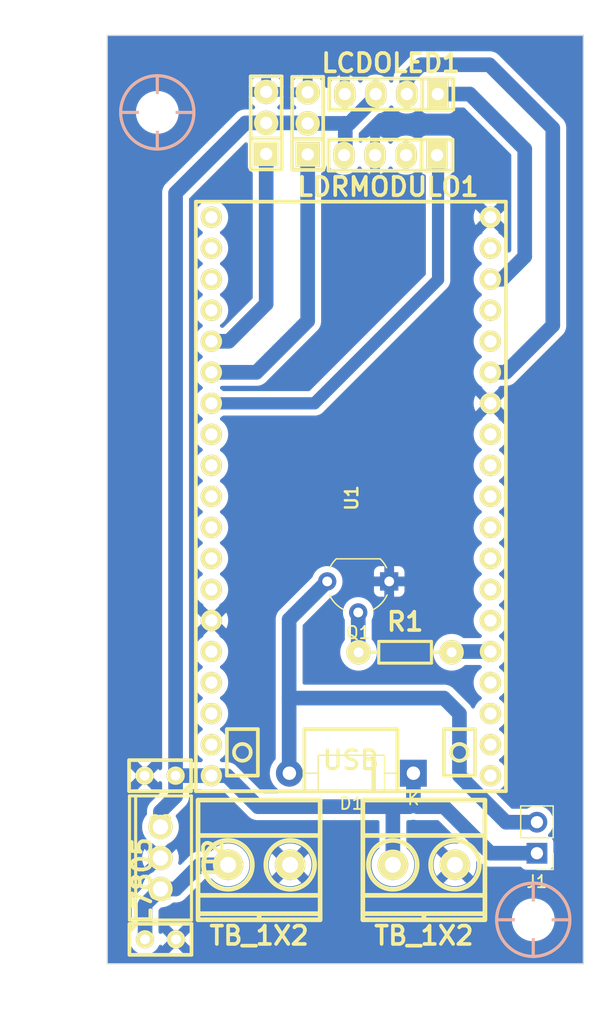
<source format=kicad_pcb>
(kicad_pcb (version 20221018) (generator pcbnew)
  (layers (0 "F.Cu" signal) (31 "B.Cu" signal) (34 "B.Paste" user) (35 "F.Paste" user) (36 "B.SilkS" user "B.Silkscreen") (37 "F.SilkS" user "F.Silkscreen") (38 "B.Mask" user) (39 "F.Mask" user) (44 "Edge.Cuts" user))
  (net 0 "")
  (net 1 "Earth")
  (net 2 "+12V")
  (net 3 "/SDA")
  (net 4 "/SCL")
  (net 5 "+5V")
  (net 6 "/A0")
  (net 8 "Net-(Q1-B)")
  (net 9 "/AUOT")
  (net 14 "/SERIAL")
  (net 39 "/ON")
  (net 40 "/motor-")
  (footprint "eestn5:ESP32S" (layer "F.Cu") (at 187.96 78.74 -90)
    (fp_text reference "U1" (at 0.127 -0.0635 90) (layer "F.SilkS") (effects (font (size 1.016 1.016) (thickness 0.2032))))
    (fp_text value "ESP32_DEVKITC" hide)
    (fp_text user "USB" (at 21.59 0) (layer "F.SilkS") (effects (font (size 1.524 1.524) (thickness 0.254))))
    (fp_line (start -24.13 -12.7) (end -24.13 12.7) (stroke (width 0.3048)) (layer "F.SilkS"))
    (fp_line (start -24.13 -12.7) (end 24.13 -12.7) (stroke (width 0.3048)) (layer "F.SilkS"))
    (fp_line (start 19.05 -10.16) (end 19.05 -7.62) (stroke (width 0.3048)) (layer "F.SilkS"))
    (fp_line (start 19.05 -7.62) (end 22.86 -7.62) (stroke (width 0.3048)) (layer "F.SilkS"))
    (fp_line (start 19.05 -3.81) (end 19.05 3.81) (stroke (width 0.3048)) (layer "F.SilkS"))
    (fp_line (start 19.05 3.81) (end 24.13 3.81) (stroke (width 0.3048)) (layer "F.SilkS"))
    (fp_line (start 19.05 7.62) (end 22.86 7.62) (stroke (width 0.3048)) (layer "F.SilkS"))
    (fp_line (start 19.05 10.16) (end 19.05 7.62) (stroke (width 0.3048)) (layer "F.SilkS"))
    (fp_line (start 22.86 -10.16) (end 19.05 -10.16) (stroke (width 0.3048)) (layer "F.SilkS"))
    (fp_line (start 22.86 -7.62) (end 22.86 -10.16) (stroke (width 0.3048)) (layer "F.SilkS"))
    (fp_line (start 22.86 7.62) (end 22.86 10.16) (stroke (width 0.3048)) (layer "F.SilkS"))
    (fp_line (start 22.86 10.16) (end 19.05 10.16) (stroke (width 0.3048)) (layer "F.SilkS"))
    (fp_line (start 24.13 -3.81) (end 19.05 -3.81) (stroke (width 0.3048)) (layer "F.SilkS"))
    (fp_line (start 24.13 12.7) (end -24.13 12.7) (stroke (width 0.3048)) (layer "F.SilkS"))
    (fp_line (start 24.13 12.7) (end 24.13 -12.7) (stroke (width 0.3048)) (layer "F.SilkS"))
    (fp_circle (center 20.955 -8.89) (end 21.5265 -8.509) (stroke (width 0.3048)) (fill none) (layer "F.SilkS"))
    (fp_circle (center 20.955 8.89) (end 21.5265 9.271) (stroke (width 0.3048)) (fill none) (layer "F.SilkS"))
    (pad "1" thru_hole circle (at -22.86 11.43 270) (size 1.75 1.75) (drill 1) (layers "*.Cu" "*.Mask" "F.SilkS"))
    (pad "2" thru_hole circle (at -20.32 11.43 270) (size 1.75 1.75) (drill 1) (layers "*.Cu" "*.Mask" "F.SilkS"))
    (pad "3" thru_hole circle (at -17.78 11.43 270) (size 1.75 1.75) (drill 1) (layers "*.Cu" "*.Mask" "F.SilkS"))
    (pad "4" thru_hole circle (at -15.24 11.43 270) (size 1.75 1.75) (drill 1) (layers "*.Cu" "*.Mask" "F.SilkS"))
    (pad "5" thru_hole circle (at -12.7 11.43 270) (size 1.75 1.75) (drill 1) (layers "*.Cu" "*.Mask" "F.SilkS") (net 9 "/AUOT"))
    (pad "6" thru_hole circle (at -10.16 11.43 270) (size 1.75 1.75) (drill 1) (layers "*.Cu" "*.Mask" "F.SilkS") (net 14 "/SERIAL"))
    (pad "7" thru_hole circle (at -7.62 11.43 270) (size 1.75 1.75) (drill 1) (layers "*.Cu" "*.Mask" "F.SilkS") (net 6 "/A0"))
    (pad "8" thru_hole circle (at -5.08 11.43 270) (size 1.75 1.75) (drill 1) (layers "*.Cu" "*.Mask" "F.SilkS"))
    (pad "9" thru_hole circle (at -2.54 11.43 270) (size 1.75 1.75) (drill 1) (layers "*.Cu" "*.Mask" "F.SilkS"))
    (pad "10" thru_hole circle (at 0 11.43 270) (size 1.75 1.75) (drill 1) (layers "*.Cu" "*.Mask" "F.SilkS"))
    (pad "11" thru_hole circle (at 2.54 11.43 270) (size 1.75 1.75) (drill 1) (layers "*.Cu" "*.Mask" "F.SilkS"))
    (pad "12" thru_hole circle (at 5.08 11.43 270) (size 1.75 1.75) (drill 1) (layers "*.Cu" "*.Mask" "F.SilkS"))
    (pad "13" thru_hole circle (at 7.62 11.43 270) (size 1.75 1.75) (drill 1) (layers "*.Cu" "*.Mask" "F.SilkS"))
    (pad "14" thru_hole circle (at 10.16 11.43 270) (size 1.75 1.75) (drill 1) (layers "*.Cu" "*.Mask" "F.SilkS") (net 1 "Earth"))
    (pad "15" thru_hole circle (at 12.7 11.43 270) (size 1.75 1.75) (drill 1) (layers "*.Cu" "*.Mask" "F.SilkS"))
    (pad "16" thru_hole circle (at 15.24 11.43 270) (size 1.75 1.75) (drill 1) (layers "*.Cu" "*.Mask" "F.SilkS"))
    (pad "17" thru_hole circle (at 17.78 11.43 270) (size 1.75 1.75) (drill 1) (layers "*.Cu" "*.Mask" "F.SilkS"))
    (pad "18" thru_hole circle (at 20.32 11.43 270) (size 1.75 1.75) (drill 1) (layers "*.Cu" "*.Mask" "F.SilkS"))
    (pad "19" thru_hole circle (at 22.86 11.43 270) (size 1.75 1.75) (drill 1) (layers "*.Cu" "*.Mask" "F.SilkS") (net 5 "+5V"))
    (pad "20" thru_hole circle (at 22.86 -11.43 90) (size 1.75 1.75) (drill 1) (layers "*.Cu" "*.Mask" "F.SilkS"))
    (pad "21" thru_hole circle (at 20.32 -11.43 90) (size 1.75 1.75) (drill 1) (layers "*.Cu" "*.Mask" "F.SilkS"))
    (pad "22" thru_hole circle (at 17.78 -11.43 90) (size 1.75 1.75) (drill 1) (layers "*.Cu" "*.Mask" "F.SilkS"))
    (pad "23" thru_hole circle (at 15.24 -11.43 90) (size 1.75 1.75) (drill 1) (layers "*.Cu" "*.Mask" "F.SilkS"))
    (pad "24" thru_hole circle (at 12.7 -11.43 90) (size 1.75 1.75) (drill 1) (layers "*.Cu" "*.Mask" "F.SilkS") (net 39 "/ON"))
    (pad "25" thru_hole circle (at 10.16 -11.43 90) (size 1.75 1.75) (drill 1) (layers "*.Cu" "*.Mask" "F.SilkS"))
    (pad "26" thru_hole circle (at 7.62 -11.43 90) (size 1.75 1.75) (drill 1) (layers "*.Cu" "*.Mask" "F.SilkS"))
    (pad "27" thru_hole circle (at 5.08 -11.43 90) (size 1.75 1.75) (drill 1) (layers "*.Cu" "*.Mask" "F.SilkS"))
    (pad "28" thru_hole circle (at 2.54 -11.43 90) (size 1.75 1.75) (drill 1) (layers "*.Cu" "*.Mask" "F.SilkS"))
    (pad "29" thru_hole circle (at 0 -11.43 90) (size 1.75 1.75) (drill 1) (layers "*.Cu" "*.Mask" "F.SilkS"))
    (pad "30" thru_hole circle (at -2.54 -11.43 90) (size 1.75 1.75) (drill 1) (layers "*.Cu" "*.Mask" "F.SilkS"))
    (pad "31" thru_hole circle (at -5.08 -11.43 90) (size 1.75 1.75) (drill 1) (layers "*.Cu" "*.Mask" "F.SilkS"))
    (pad "32" thru_hole circle (at -7.62 -11.43 90) (size 1.75 1.75) (drill 1) (layers "*.Cu" "*.Mask" "F.SilkS") (net 1 "Earth"))
    (pad "33" thru_hole circle (at -10.16 -11.43 90) (size 1.75 1.75) (drill 1) (layers "*.Cu" "*.Mask" "F.SilkS") (net 3 "/SDA"))
    (pad "34" thru_hole circle (at -12.7 -11.43 90) (size 1.75 1.75) (drill 1) (layers "*.Cu" "*.Mask" "F.SilkS"))
    (pad "35" thru_hole circle (at -15.24 -11.43 90) (size 1.75 1.75) (drill 1) (layers "*.Cu" "*.Mask" "F.SilkS"))
    (pad "36" thru_hole circle (at -17.78 -11.43 90) (size 1.75 1.75) (drill 1) (layers "*.Cu" "*.Mask" "F.SilkS") (net 4 "/SCL"))
    (pad "37" thru_hole circle (at -20.32 -11.43 90) (size 1.75 1.75) (drill 1) (layers "*.Cu" "*.Mask" "F.SilkS"))
    (pad "38" thru_hole circle (at -22.86 -11.43 90) (size 1.75 1.75) (drill 1) (layers "*.Cu" "*.Mask" "F.SilkS") (net 1 "Earth"))
  )
  (footprint "eestn5:pin_strip_4" (layer "F.Cu") (at 191.27 45.8 180)
    (fp_text reference "LCDOLED1" (at 0.05 2.54) (layer "F.SilkS") (effects (font (size 1.5 1.5) (thickness 0.3))))
    (fp_text value "Conn_01x04" hide)
    (fp_line (start -5.08 -1.27) (end 5.08 -1.27) (stroke (width 0.3048)) (layer "F.SilkS"))
    (fp_line (start -5.08 1.27) (end -5.08 -1.27) (stroke (width 0.3048)) (layer "F.SilkS"))
    (fp_line (start -2.54 -1.27) (end -2.54 1.27) (stroke (width 0.3048)) (layer "F.SilkS"))
    (fp_line (start 5.08 -1.27) (end 5.08 1.27) (stroke (width 0.3048)) (layer "F.SilkS"))
    (fp_line (start 5.08 1.27) (end -5.08 1.27) (stroke (width 0.3048)) (layer "F.SilkS"))
    (pad "1" thru_hole rect (at -3.81 0 180) (size 1.75 2.2) (drill 1.00076) (layers "*.Cu" "*.Mask" "F.SilkS") (net 4 "/SCL"))
    (pad "2" thru_hole oval (at -1.27 0 180) (size 1.75 2.2) (drill 1.00076) (layers "*.Cu" "*.Mask" "F.SilkS") (net 3 "/SDA"))
    (pad "3" thru_hole oval (at 1.27 0 180) (size 1.75 2.2) (drill 1.00076) (layers "*.Cu" "*.Mask" "F.SilkS") (net 5 "+5V"))
    (pad "4" thru_hole oval (at 3.81 0 180) (size 1.75 2.2) (drill 1.00076) (layers "*.Cu" "*.Mask" "F.SilkS") (net 1 "Earth"))
  )
  (footprint "Diode_THT:D_DO-41_SOD81_P10.16mm_Horizontal" (layer "F.Cu") (at 193.08 101.4 180)
    (fp_text reference "D1" (at 5.08 -2.47) (layer "F.SilkS"))
    (fp_text value "1N4007")
    (fp_text user "K" (at 0 -2.1) (layer "F.SilkS"))
    (fp_line (start 1.34 0) (end 2.36 0) (stroke (width 0.12)) (layer "F.SilkS"))
    (fp_line (start 2.36 -1.47) (end 2.36 1.47) (stroke (width 0.12)) (layer "F.SilkS"))
    (fp_line (start 2.36 1.47) (end 7.8 1.47) (stroke (width 0.12)) (layer "F.SilkS"))
    (fp_line (start 3.14 -1.47) (end 3.14 1.47) (stroke (width 0.12)) (layer "F.SilkS"))
    (fp_line (start 3.26 -1.47) (end 3.26 1.47) (stroke (width 0.12)) (layer "F.SilkS"))
    (fp_line (start 3.38 -1.47) (end 3.38 1.47) (stroke (width 0.12)) (layer "F.SilkS"))
    (fp_line (start 7.8 -1.47) (end 2.36 -1.47) (stroke (width 0.12)) (layer "F.SilkS"))
    (fp_line (start 7.8 1.47) (end 7.8 -1.47) (stroke (width 0.12)) (layer "F.SilkS"))
    (fp_line (start 8.82 0) (end 7.8 0) (stroke (width 0.12)) (layer "F.SilkS"))
    (pad "1" thru_hole rect (at 0 0 180) (size 2.2 2.2) (drill 1.1) (layers "*.Cu" "*.Mask") (net 5 "+5V"))
    (pad "2" thru_hole oval (at 10.16 0 180) (size 2.2 2.2) (drill 1.1) (layers "*.Cu" "*.Mask") (net 40 "/motor-"))
  )
  (footprint "eestn5:pin_strip_4" (layer "F.Cu") (at 191.21 50.8 180)
    (fp_text reference "LDRMODULO1" (at 0.21 -2.6) (layer "F.SilkS") (effects (font (size 1.5 1.5) (thickness 0.3))))
    (fp_text value "Conn_01x04" hide)
    (fp_line (start -5.08 -1.27) (end 5.08 -1.27) (stroke (width 0.3048)) (layer "F.SilkS"))
    (fp_line (start -5.08 1.27) (end -5.08 -1.27) (stroke (width 0.3048)) (layer "F.SilkS"))
    (fp_line (start -2.54 -1.27) (end -2.54 1.27) (stroke (width 0.3048)) (layer "F.SilkS"))
    (fp_line (start 5.08 -1.27) (end 5.08 1.27) (stroke (width 0.3048)) (layer "F.SilkS"))
    (fp_line (start 5.08 1.27) (end -5.08 1.27) (stroke (width 0.3048)) (layer "F.SilkS"))
    (pad "1" thru_hole rect (at -3.81 0 180) (size 1.75 2.2) (drill 1.00076) (layers "*.Cu" "*.Mask" "F.SilkS") (net 6 "/A0"))
    (pad "2" thru_hole oval (at -1.27 0 180) (size 1.75 2.2) (drill 1.00076) (layers "*.Cu" "*.Mask" "F.SilkS"))
    (pad "3" thru_hole oval (at 1.27 0 180) (size 1.75 2.2) (drill 1.00076) (layers "*.Cu" "*.Mask" "F.SilkS") (net 1 "Earth"))
    (pad "4" thru_hole oval (at 3.81 0 180) (size 1.75 2.2) (drill 1.00076) (layers "*.Cu" "*.Mask" "F.SilkS") (net 5 "+5V"))
  )
  (footprint "Package_TO_SOT_THT:TO-92_Wide" (layer "F.Cu") (at 191.1 85.7 180)
    (fp_text reference "Q1" (at 2.55 -4.19) (layer "F.SilkS"))
    (fp_text value "PN2222A")
    (fp_line (start 0.74 1.85) (end 4.34 1.85) (stroke (width 0.12)) (layer "F.SilkS"))
    (fp_arc (start 0.172801 -1.103842) (mid 0.678995 -1.832692) (end 1.4 -2.35) (stroke (width 0.12)) (layer "F.SilkS"))
    (fp_arc (start 0.74 1.85) (mid 0.446097 1.509328) (end 0.215816 1.122795) (stroke (width 0.12)) (layer "F.SilkS"))
    (fp_arc (start 3.65 -2.35) (mid 4.382279 -1.833196) (end 4.895458 -1.098371) (stroke (width 0.12)) (layer "F.SilkS"))
    (fp_arc (start 4.864184 1.122795) (mid 4.633903 1.509328) (end 4.34 1.85) (stroke (width 0.12)) (layer "F.SilkS"))
    (pad "1" thru_hole rect (at 0 0 180) (size 1.5 1.5) (drill 0.8) (layers "*.Cu" "*.Mask") (net 1 "Earth"))
    (pad "2" thru_hole circle (at 2.54 -2.54 180) (size 1.5 1.5) (drill 0.8) (layers "*.Cu" "*.Mask") (net 8 "Net-(Q1-B)"))
    (pad "3" thru_hole circle (at 5.08 0 180) (size 1.5 1.5) (drill 0.8) (layers "*.Cu" "*.Mask") (net 40 "/motor-"))
  )
  (footprint "eestn5:RES0.3" (layer "F.Cu") (at 192.4 91.5)
    (fp_text reference "R1" (at 0 -2.5) (layer "F.SilkS") (effects (font (size 1.5 1.5) (thickness 0.3))))
    (fp_text value "1500" hide)
    (fp_line (start -2.159 -0.889) (end -2.159 0.889) (stroke (width 0.254)) (layer "F.SilkS"))
    (fp_line (start -2.159 0) (end -3.81 0) (stroke (width 0.254)) (layer "F.SilkS"))
    (fp_line (start -2.159 0.889) (end 2.159 0.889) (stroke (width 0.254)) (layer "F.SilkS"))
    (fp_line (start 2.159 -0.889) (end -2.159 -0.889) (stroke (width 0.254)) (layer "F.SilkS"))
    (fp_line (start 2.159 0) (end 3.81 0) (stroke (width 0.254)) (layer "F.SilkS"))
    (fp_line (start 2.159 0.889) (end 2.159 -0.889) (stroke (width 0.254)) (layer "F.SilkS"))
    (pad "1" thru_hole circle (at -3.81 0) (size 1.99898 1.99898) (drill 0.8001) (layers "*.Cu" "*.Mask" "F.SilkS") (net 8 "Net-(Q1-B)"))
    (pad "2" thru_hole circle (at 3.81 0) (size 1.99898 1.99898) (drill 0.8001) (layers "*.Cu" "*.Mask" "F.SilkS") (net 39 "/ON"))
  )
  (footprint "eestn5:Pin_Strip_3" (layer "F.Cu") (at 181.02 48.16 90)
    (fp_text reference "SENSORHUMEDAD1" hide)
    (fp_text value "Conn_01X03" hide)
    (fp_line (start -3.81 -1.27) (end -3.81 1.27) (stroke (width 0.3048)) (layer "F.SilkS"))
    (fp_line (start -3.81 -1.27) (end 3.81 -1.27) (stroke (width 0.3048)) (layer "F.SilkS"))
    (fp_line (start -1.27 -1.27) (end -1.27 1.27) (stroke (width 0.3048)) (layer "F.SilkS"))
    (fp_line (start 3.81 -1.27) (end 3.81 1.27) (stroke (width 0.3048)) (layer "F.SilkS"))
    (fp_line (start 3.81 1.27) (end -3.81 1.27) (stroke (width 0.3048)) (layer "F.SilkS"))
    (pad "1" thru_hole rect (at -2.54 0 90) (size 2 2) (drill 1) (layers "*.Cu" "*.Mask" "F.SilkS") (net 9 "/AUOT"))
    (pad "2" thru_hole oval (at 0 0 90) (size 2 2) (drill 1) (layers "*.Cu" "*.Mask" "F.SilkS") (net 5 "+5V"))
    (pad "3" thru_hole oval (at 2.54 0 90) (size 2 2) (drill 1) (layers "*.Cu" "*.Mask" "F.SilkS") (net 1 "Earth"))
  )
  (footprint "eestn5:BORNERA2" (layer "F.Cu") (at 180.44 108.9)
    (fp_text reference "J5" hide)
    (fp_text value "TB_1X2" (at 0 5.8) (layer "F.SilkS") (effects (font (size 1.5 1.5) (thickness 0.3))))
    (fp_line (start -5 -5.3) (end -5 4.5) (stroke (width 0.381)) (layer "F.SilkS"))
    (fp_line (start -5 -2.4) (end 5 -2.4) (stroke (width 0.381)) (layer "F.SilkS"))
    (fp_line (start -5 2.5) (end 5 2.5) (stroke (width 0.381)) (layer "F.SilkS"))
    (fp_line (start -5 4) (end 5 4) (stroke (width 0.381)) (layer "F.SilkS"))
    (fp_line (start -5 4.5) (end 5 4.5) (stroke (width 0.381)) (layer "F.SilkS"))
    (fp_line (start 0 4) (end 0 4.5) (stroke (width 0.381)) (layer "F.SilkS"))
    (fp_line (start 5 -5.3) (end -5 -5.3) (stroke (width 0.381)) (layer "F.SilkS"))
    (fp_line (start 5 4.5) (end 5 -5.3) (stroke (width 0.381)) (layer "F.SilkS"))
    (fp_circle (center -2.55 0) (end -0.55 0) (stroke (width 0.381)) (fill none) (layer "F.SilkS"))
    (fp_circle (center 2.55 0) (end 0.55 0) (stroke (width 0.381)) (fill none) (layer "F.SilkS"))
    (pad "1" thru_hole circle (at -2.54 0) (size 2.5 2.5) (drill 1.3) (layers "*.Cu" "*.Mask" "F.SilkS") (net 2 "+12V"))
    (pad "2" thru_hole circle (at 2.54 0) (size 2.5 2.5) (drill 1.3) (layers "*.Cu" "*.Mask" "F.SilkS") (net 1 "Earth"))
  )
  (footprint "Connector_PinHeader_2.54mm:PinHeader_1x02_P2.54mm_Vertical" (layer "F.Cu") (at 203.2 107.95 180)
    (fp_text reference "J1" (at 0 -2.33 180) (layer "F.SilkS"))
    (fp_text value "Conn_01x02_Pin")
    (fp_line (start -1.33 -1.33) (end 0 -1.33) (stroke (width 0.12)) (layer "F.SilkS"))
    (fp_line (start -1.33 0) (end -1.33 -1.33) (stroke (width 0.12)) (layer "F.SilkS"))
    (fp_line (start -1.33 1.27) (end -1.33 3.87) (stroke (width 0.12)) (layer "F.SilkS"))
    (fp_line (start -1.33 1.27) (end 1.33 1.27) (stroke (width 0.12)) (layer "F.SilkS"))
    (fp_line (start -1.33 3.87) (end 1.33 3.87) (stroke (width 0.12)) (layer "F.SilkS"))
    (fp_line (start 1.33 1.27) (end 1.33 3.87) (stroke (width 0.12)) (layer "F.SilkS"))
    (pad "1" thru_hole rect (at 0 0 180) (size 1.7 1.7) (drill 1) (layers "*.Cu" "*.Mask") (net 5 "+5V"))
    (pad "2" thru_hole oval (at 0 2.54 180) (size 1.7 1.7) (drill 1) (layers "*.Cu" "*.Mask") (net 40 "/motor-"))
  )
  (footprint "eestn5:Pin_Strip_3" (layer "F.Cu") (at 184.42 48.2 90)
    (fp_text reference "CAUDALIMETRO1" hide)
    (fp_text value "Conn_01X03" hide)
    (fp_line (start -3.81 -1.27) (end -3.81 1.27) (stroke (width 0.3048)) (layer "F.SilkS"))
    (fp_line (start -3.81 -1.27) (end 3.81 -1.27) (stroke (width 0.3048)) (layer "F.SilkS"))
    (fp_line (start -1.27 -1.27) (end -1.27 1.27) (stroke (width 0.3048)) (layer "F.SilkS"))
    (fp_line (start 3.81 -1.27) (end 3.81 1.27) (stroke (width 0.3048)) (layer "F.SilkS"))
    (fp_line (start 3.81 1.27) (end -3.81 1.27) (stroke (width 0.3048)) (layer "F.SilkS"))
    (pad "1" thru_hole rect (at -2.54 0 90) (size 2 2) (drill 1) (layers "*.Cu" "*.Mask" "F.SilkS") (net 14 "/SERIAL"))
    (pad "2" thru_hole oval (at 0 0 90) (size 2 2) (drill 1) (layers "*.Cu" "*.Mask" "F.SilkS") (net 5 "+5V"))
    (pad "3" thru_hole oval (at 2.54 0 90) (size 2 2) (drill 1) (layers "*.Cu" "*.Mask" "F.SilkS") (net 1 "Earth"))
  )
  (footprint "eestn5:BORNERA2" (layer "F.Cu") (at 193.94 108.9)
    (fp_text reference "J4" hide)
    (fp_text value "TB_1X2" (at 0 5.8) (layer "F.SilkS") (effects (font (size 1.5 1.5) (thickness 0.3))))
    (fp_line (start -5 -5.3) (end -5 4.5) (stroke (width 0.381)) (layer "F.SilkS"))
    (fp_line (start -5 -2.4) (end 5 -2.4) (stroke (width 0.381)) (layer "F.SilkS"))
    (fp_line (start -5 2.5) (end 5 2.5) (stroke (width 0.381)) (layer "F.SilkS"))
    (fp_line (start -5 4) (end 5 4) (stroke (width 0.381)) (layer "F.SilkS"))
    (fp_line (start -5 4.5) (end 5 4.5) (stroke (width 0.381)) (layer "F.SilkS"))
    (fp_line (start 0 4) (end 0 4.5) (stroke (width 0.381)) (layer "F.SilkS"))
    (fp_line (start 5 -5.3) (end -5 -5.3) (stroke (width 0.381)) (layer "F.SilkS"))
    (fp_line (start 5 4.5) (end 5 -5.3) (stroke (width 0.381)) (layer "F.SilkS"))
    (fp_circle (center -2.55 0) (end -0.55 0) (stroke (width 0.381)) (fill none) (layer "F.SilkS"))
    (fp_circle (center 2.55 0) (end 0.55 0) (stroke (width 0.381)) (fill none) (layer "F.SilkS"))
    (pad "1" thru_hole circle (at -2.54 0) (size 2.5 2.5) (drill 1.3) (layers "*.Cu" "*.Mask" "F.SilkS") (net 5 "+5V"))
    (pad "2" thru_hole circle (at 2.54 0) (size 2.5 2.5) (drill 1.3) (layers "*.Cu" "*.Mask" "F.SilkS") (net 1 "Earth"))
  )
  (footprint "eestn5:hole_3mm" (layer "F.Cu") (at 202.9 113.4)
    (fp_text reference "H1" hide)
    (fp_text value "Mounting_Hole" hide)
    (fp_line (start -3 0) (end 3 0) (stroke (width 0.254)) (layer "B.SilkS"))
    (fp_line (start 0 -3) (end 0 3) (stroke (width 0.254)) (layer "B.SilkS"))
    (fp_circle (center 0 0) (end 3 0) (stroke (width 0.254)) (fill none) (layer "B.SilkS"))
    (fp_line (start -3 0) (end 3 0) (stroke (width 0.254)) (layer "F.SilkS"))
    (fp_line (start 0 -3) (end 0 3) (stroke (width 0.254)) (layer "F.SilkS"))
    (fp_circle (center 0 0) (end 3 0) (stroke (width 0.254)) (fill none) (layer "F.SilkS"))
    (pad "" np_thru_hole circle (at 0 0) (size 3 3) (drill 3) (layers "F&B.Cu" "*.Mask"))
  )
  (footprint "eestn5:CAP_0.1" (layer "F.Cu") (at 172.33 101.6 180)
    (fp_text reference "C2" (at 0 -3.81) (layer "F.SilkS") (effects (font (size 1.016 1.016) (thickness 0.2032))))
    (fp_text value "0,1uF" hide)
    (fp_line (start -2.54 -0.635) (end -1.905 -1.27) (stroke (width 0.3048)) (layer "F.SilkS"))
    (fp_line (start -2.54 1.27) (end -2.54 -1.27) (stroke (width 0.3048)) (layer "F.SilkS"))
    (fp_line (start -2.4892 -1.27) (end 2.54 -1.27) (stroke (width 0.3048)) (layer "F.SilkS"))
    (fp_line (start 2.54 -1.27) (end 2.54 1.27) (stroke (width 0.3048)) (layer "F.SilkS"))
    (fp_line (start 2.54 1.27) (end -2.54 1.27) (stroke (width 0.3048)) (layer "F.SilkS"))
    (pad "1" thru_hole circle (at -1.27 0 180) (size 1.50114 1.50114) (drill 0.8001) (layers "*.Cu" "*.Mask" "F.SilkS") (net 5 "+5V"))
    (pad "2" thru_hole circle (at 1.27 0 180) (size 1.50114 1.50114) (drill 0.8001) (layers "*.Cu" "*.Mask" "F.SilkS") (net 1 "Earth"))
  )
  (footprint "eestn5:CAP_0.1" (layer "F.Cu") (at 172.36 115)
    (fp_text reference "C1" (at 0 -3.81) (layer "F.SilkS") (effects (font (size 1.016 1.016) (thickness 0.2032))))
    (fp_text value "0,33uF" hide)
    (fp_line (start -2.54 -0.635) (end -1.905 -1.27) (stroke (width 0.3048)) (layer "F.SilkS"))
    (fp_line (start -2.54 1.27) (end -2.54 -1.27) (stroke (width 0.3048)) (layer "F.SilkS"))
    (fp_line (start -2.4892 -1.27) (end 2.54 -1.27) (stroke (width 0.3048)) (layer "F.SilkS"))
    (fp_line (start 2.54 -1.27) (end 2.54 1.27) (stroke (width 0.3048)) (layer "F.SilkS"))
    (fp_line (start 2.54 1.27) (end -2.54 1.27) (stroke (width 0.3048)) (layer "F.SilkS"))
    (pad "1" thru_hole circle (at -1.27 0) (size 1.50114 1.50114) (drill 0.8001) (layers "*.Cu" "*.Mask" "F.SilkS") (net 2 "+12V"))
    (pad "2" thru_hole circle (at 1.27 0) (size 1.50114 1.50114) (drill 0.8001) (layers "*.Cu" "*.Mask" "F.SilkS") (net 1 "Earth"))
  )
  (footprint "eestn5:TO-220" (layer "F.Cu") (at 172.36 108.34 90)
    (fp_text reference "U2" (at 0 4.318 90) (layer "F.SilkS") (effects (font (size 1.524 1.524) (thickness 0.3048))))
    (fp_text value "L7805" (at -1.85 -1.518 90) (layer "F.SilkS") (effects (font (size 1.524 1.524) (thickness 0.3048))))
    (fp_line (start -5.08 -2.54) (end -5.08 -1.27) (stroke (width 0.254)) (layer "F.SilkS"))
    (fp_line (start -5.08 -2.032) (end 5.08 -2.032) (stroke (width 0.254)) (layer "F.SilkS"))
    (fp_line (start -5.08 -1.27) (end -5.08 2.54) (stroke (width 0.254)) (layer "F.SilkS"))
    (fp_line (start -5.08 2.54) (end 5.08 2.54) (stroke (width 0.254)) (layer "F.SilkS"))
    (fp_line (start 5.08 -2.54) (end -5.08 -2.54) (stroke (width 0.254)) (layer "F.SilkS"))
    (fp_line (start 5.08 2.54) (end 5.08 -2.54) (stroke (width 0.254)) (layer "F.SilkS"))
    (pad "1" thru_hole circle (at -2.54 0 90) (size 2 2) (drill 1.24968) (layers "*.Cu" "*.Mask" "F.SilkS") (net 2 "+12V"))
    (pad "2" thru_hole circle (at 0 0 90) (size 2 2) (drill 1.24968) (layers "*.Cu" "*.Mask" "F.SilkS") (net 1 "Earth"))
    (pad "3" thru_hole circle (at 2.54 0 90) (size 2 2) (drill 1.24968) (layers "*.Cu" "*.Mask" "F.SilkS") (net 5 "+5V"))
  )
  (footprint "eestn5:hole_3mm" (layer "B.Cu") (at 172.1 47.3 180)
    (fp_text reference "H2" hide)
    (fp_text value "Mounting_Hole" hide)
    (fp_line (start -3 0) (end 3 0) (stroke (width 0.254)) (layer "B.SilkS"))
    (fp_line (start 0 3) (end 0 -3) (stroke (width 0.254)) (layer "B.SilkS"))
    (fp_circle (center 0 0) (end 3 0) (stroke (width 0.254)) (fill none) (layer "B.SilkS"))
    (fp_line (start -3 0) (end 3 0) (stroke (width 0.254)) (layer "F.SilkS"))
    (fp_line (start 0 3) (end 0 -3) (stroke (width 0.254)) (layer "F.SilkS"))
    (fp_circle (center 0 0) (end 3 0) (stroke (width 0.254)) (fill none) (layer "F.SilkS"))
    (pad "" np_thru_hole circle (at 0 0 180) (size 3 3) (drill 3) (layers "F&B.Cu" "*.Mask"))
  )
  (gr_line (start 207 41) (end 168 41) (stroke (width 0.1)) (layer "Edge.Cuts"))
  (gr_line (start 207 117) (end 207 41) (stroke (width 0.1)) (layer "Edge.Cuts"))
  (gr_line (start 168 117) (end 207 117) (stroke (width 0.1)) (layer "Edge.Cuts"))
  (gr_line (start 168 41) (end 168 117) (stroke (width 0.1)) (layer "Edge.Cuts"))
  (segment (start 172.36 110.88) (end 171.1 112.14) (width 1.2) (layer "B.Cu") (net 2))
  (segment (start 171.1 114.99) (end 171.09 115) (width 1.2) (layer "B.Cu") (net 2))
  (segment (start 175.58 108.9) (end 177.9 108.9) (width 1.2) (layer "B.Cu") (net 2))
  (segment (start 171.1 112.14) (end 171.1 114.99) (width 1.2) (layer "B.Cu") (net 2))
  (segment (start 172.36 110.88) (end 173.6 110.88) (width 1.2) (layer "B.Cu") (net 2))
  (segment (start 173.6 110.88) (end 175.58 108.9) (width 1.2) (layer "B.Cu") (net 2))
  (segment (start 199.3 43.4) (end 204.5 48.6) (width 1.2) (layer "B.Cu") (net 3))
  (segment (start 204.5 48.6) (end 204.5 64.74) (width 1.2) (layer "B.Cu") (net 3))
  (segment (start 192.54 44.56) (end 193.7 43.4) (width 1.2) (layer "B.Cu") (net 3))
  (segment (start 193.7 43.4) (end 199.3 43.4) (width 1.2) (layer "B.Cu") (net 3))
  (segment (start 200.66 68.58) (end 199.39 68.58) (width 1.2) (layer "B.Cu") (net 3))
  (segment (start 204.5 64.74) (end 200.66 68.58) (width 1.2) (layer "B.Cu") (net 3))
  (segment (start 192.54 45.8) (end 192.54 44.56) (width 1.2) (layer "B.Cu") (net 3))
  (segment (start 197.7 45.8) (end 202.2 50.3) (width 1.2) (layer "B.Cu") (net 4))
  (segment (start 200.34 60.96) (end 199.39 60.96) (width 1.2) (layer "B.Cu") (net 4))
  (segment (start 202.2 50.3) (end 202.2 59.1) (width 1.2) (layer "B.Cu") (net 4))
  (segment (start 202.2 59.1) (end 200.34 60.96) (width 1.2) (layer "B.Cu") (net 4))
  (segment (start 195.08 45.8) (end 197.7 45.8) (width 1.2) (layer "B.Cu") (net 4))
  (segment (start 172.36 105.8) (end 172.36 104.54) (width 1.2) (layer "B.Cu") (net 5))
  (segment (start 195.58 104.14) (end 199.39 107.95) (width 1.2) (layer "B.Cu") (net 5))
  (segment (start 180.34 104.14) (end 192.76 104.14) (width 1.2) (layer "B.Cu") (net 5))
  (segment (start 191.4 104.14) (end 191.4 108.9) (width 1.2) (layer "B.Cu") (net 5))
  (segment (start 179.34 48.16) (end 181.02 48.16) (width 1.2) (layer "B.Cu") (net 5))
  (segment (start 187.4 48.2) (end 187.836904 48.2) (width 1.2) (layer "B.Cu") (net 5))
  (segment (start 187.4 50.8) (end 187.5 50.7) (width 1.2) (layer "B.Cu") (net 5))
  (segment (start 184.42 48.2) (end 187.4 48.2) (width 1.2) (layer "B.Cu") (net 5))
  (segment (start 193.08 103.82) (end 193.4 104.14) (width 1.2) (layer "B.Cu") (net 5))
  (segment (start 184.38 48.16) (end 184.42 48.2) (width 1.2) (layer "B.Cu") (net 5))
  (segment (start 187.5 48.3) (end 187.4 48.2) (width 1.2) (layer "B.Cu") (net 5))
  (segment (start 173.6 53.9) (end 179.34 48.16) (width 1.2) (layer "B.Cu") (net 5))
  (segment (start 192.76 104.14) (end 191.4 104.14) (width 1.2) (layer "B.Cu") (net 5))
  (segment (start 190 46.036904) (end 190 45.8) (width 1.2) (layer "B.Cu") (net 5))
  (segment (start 199.39 107.95) (end 203.2 107.95) (width 1.2) (layer "B.Cu") (net 5))
  (segment (start 193.08 103.82) (end 193.08 101.4) (width 1.2) (layer "B.Cu") (net 5))
  (segment (start 181.02 48.16) (end 184.38 48.16) (width 1.2) (layer "B.Cu") (net 5))
  (segment (start 177.8 101.6) (end 180.34 104.14) (width 1.2) (layer "B.Cu") (net 5))
  (segment (start 173.6 101.6) (end 173.6 53.9) (width 1.2) (layer "B.Cu") (net 5))
  (segment (start 176.53 101.6) (end 177.8 101.6) (width 1.2) (layer "B.Cu") (net 5))
  (segment (start 173.6 103.3) (end 173.6 101.6) (width 1.2) (layer "B.Cu") (net 5))
  (segment (start 192.76 104.14) (end 193.08 103.82) (width 1.2) (layer "B.Cu") (net 5))
  (segment (start 187.836904 48.2) (end 190 46.036904) (width 1.2) (layer "B.Cu") (net 5))
  (segment (start 176.53 101.6) (end 173.6 101.6) (width 1.2) (layer "B.Cu") (net 5))
  (segment (start 193.4 104.14) (end 195.58 104.14) (width 1.2) (layer "B.Cu") (net 5))
  (segment (start 187.5 50.7) (end 187.5 48.3) (width 1.2) (layer "B.Cu") (net 5))
  (segment (start 172.36 104.54) (end 173.6 103.3) (width 1.2) (layer "B.Cu") (net 5))
  (segment (start 195.1 50.88) (end 195.1 61) (width 1) (layer "B.Cu") (net 6))
  (segment (start 195.02 50.8) (end 195.1 50.88) (width 1) (layer "B.Cu") (net 6))
  (segment (start 184.98 71.12) (end 176.53 71.12) (width 1) (layer "B.Cu") (net 6))
  (segment (start 195.1 61) (end 184.98 71.12) (width 1) (layer "B.Cu") (net 6))
  (segment (start 188.56 88.24) (end 188.56 91.47) (width 1.2) (layer "B.Cu") (net 8))
  (segment (start 188.56 91.47) (end 188.59 91.5) (width 1.2) (layer "B.Cu") (net 8))
  (segment (start 181.02 50.7) (end 181.02 62.98) (width 1.2) (layer "B.Cu") (net 9))
  (segment (start 181.02 62.98) (end 177.96 66.04) (width 1.2) (layer "B.Cu") (net 9))
  (segment (start 177.96 66.04) (end 176.53 66.04) (width 1.2) (layer "B.Cu") (net 9))
  (segment (start 184.42 50.74) (end 184.42 64.38) (width 1.2) (layer "B.Cu") (net 14))
  (segment (start 184.42 64.38) (end 180.22 68.58) (width 1.2) (layer "B.Cu") (net 14))
  (segment (start 180.22 68.58) (end 176.53 68.58) (width 1.2) (layer "B.Cu") (net 14))
  (segment (start 199.39 91.44) (end 196.27 91.44) (width 1.2) (layer "B.Cu") (net 39))
  (segment (start 196.27 91.44) (end 196.21 91.5) (width 1.2) (layer "B.Cu") (net 39))
  (segment (start 186.02 85.7) (end 182.9 88.82) (width 1.2) (layer "B.Cu") (net 40))
  (segment (start 195.58 95.25) (end 196.85 96.52) (width 1.2) (layer "B.Cu") (net 40))
  (segment (start 182.9 95.25) (end 195.58 95.25) (width 1.2) (layer "B.Cu") (net 40))
  (segment (start 196.85 96.52) (end 196.85 101.6) (width 1.2) (layer "B.Cu") (net 40))
  (segment (start 196.85 101.6) (end 200.66 105.41) (width 1.2) (layer "B.Cu") (net 40))
  (segment (start 200.66 105.41) (end 203.2 105.41) (width 1.2) (layer "B.Cu") (net 40))
  (segment (start 182.9 95.25) (end 182.9 101.38) (width 1.2) (layer "B.Cu") (net 40))
  (segment (start 182.9 101.38) (end 182.92 101.4) (width 1.2) (layer "B.Cu") (net 40))
  (segment (start 182.9 88.82) (end 182.9 95.25) (width 1.2) (layer "B.Cu") (net 40))
  (segment (start 182.72 101.6) (end 182.92 101.4) (width 1.2) (layer "B.Cu") (net 40))
  (zone (net 1) (net_name "Earth") (layer "B.Cu") (connect_pads (clearance 0.5)) (min_thickness 0.3) (fill yes (thermal_gap 0.5) (thermal_bridge_width 0.8))
    (polygon (pts (xy 165.1 38.1) (xy 208.28 38.1) (xy 208.28 121.92) (xy 165.1 121.92)))
  )
)
</source>
